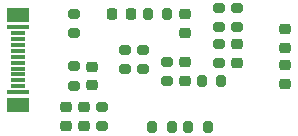
<source format=gbp>
%TF.GenerationSoftware,KiCad,Pcbnew,(6.0.1)*%
%TF.CreationDate,2022-01-24T11:38:00+08:00*%
%TF.ProjectId,ST-Link_v2-1,53542d4c-696e-46b5-9f76-322d312e6b69,rev?*%
%TF.SameCoordinates,Original*%
%TF.FileFunction,Paste,Bot*%
%TF.FilePolarity,Positive*%
%FSLAX46Y46*%
G04 Gerber Fmt 4.6, Leading zero omitted, Abs format (unit mm)*
G04 Created by KiCad (PCBNEW (6.0.1)) date 2022-01-24 11:38:00*
%MOMM*%
%LPD*%
G01*
G04 APERTURE LIST*
G04 Aperture macros list*
%AMRoundRect*
0 Rectangle with rounded corners*
0 $1 Rounding radius*
0 $2 $3 $4 $5 $6 $7 $8 $9 X,Y pos of 4 corners*
0 Add a 4 corners polygon primitive as box body*
4,1,4,$2,$3,$4,$5,$6,$7,$8,$9,$2,$3,0*
0 Add four circle primitives for the rounded corners*
1,1,$1+$1,$2,$3*
1,1,$1+$1,$4,$5*
1,1,$1+$1,$6,$7*
1,1,$1+$1,$8,$9*
0 Add four rect primitives between the rounded corners*
20,1,$1+$1,$2,$3,$4,$5,0*
20,1,$1+$1,$4,$5,$6,$7,0*
20,1,$1+$1,$6,$7,$8,$9,0*
20,1,$1+$1,$8,$9,$2,$3,0*%
G04 Aperture macros list end*
%ADD10R,1.850000X0.300000*%
%ADD11R,1.250000X0.300000*%
%ADD12R,1.850000X1.180000*%
%ADD13RoundRect,0.200000X0.275000X-0.200000X0.275000X0.200000X-0.275000X0.200000X-0.275000X-0.200000X0*%
%ADD14RoundRect,0.225000X0.250000X-0.225000X0.250000X0.225000X-0.250000X0.225000X-0.250000X-0.225000X0*%
%ADD15RoundRect,0.225000X-0.250000X0.225000X-0.250000X-0.225000X0.250000X-0.225000X0.250000X0.225000X0*%
%ADD16RoundRect,0.225000X0.225000X0.250000X-0.225000X0.250000X-0.225000X-0.250000X0.225000X-0.250000X0*%
%ADD17RoundRect,0.200000X-0.275000X0.200000X-0.275000X-0.200000X0.275000X-0.200000X0.275000X0.200000X0*%
%ADD18RoundRect,0.200000X0.200000X0.275000X-0.200000X0.275000X-0.200000X-0.275000X0.200000X-0.275000X0*%
%ADD19RoundRect,0.200000X-0.200000X-0.275000X0.200000X-0.275000X0.200000X0.275000X-0.200000X0.275000X0*%
G04 APERTURE END LIST*
D10*
%TO.C,P1*%
X141097000Y-104438000D03*
D11*
X141097000Y-104938000D03*
X141097000Y-105438000D03*
X141097000Y-105938000D03*
X141097000Y-106438000D03*
X141097000Y-106938000D03*
X141097000Y-107438000D03*
X141097000Y-107938000D03*
X141097000Y-108438000D03*
X141097000Y-108938000D03*
X141097000Y-109438000D03*
D10*
X141097000Y-109938000D03*
D12*
X141097000Y-110998000D03*
X141097000Y-103378000D03*
%TD*%
D13*
%TO.C,R16*%
X145796000Y-109409000D03*
X145796000Y-107759000D03*
%TD*%
D14*
%TO.C,C6*%
X155194000Y-104915000D03*
X155194000Y-103365000D03*
%TD*%
D13*
%TO.C,R14*%
X159639000Y-104457000D03*
X159639000Y-102807000D03*
%TD*%
D15*
%TO.C,C8*%
X145161000Y-111239000D03*
X145161000Y-112789000D03*
%TD*%
D16*
%TO.C,C4*%
X150635000Y-103340000D03*
X149085000Y-103340000D03*
%TD*%
D17*
%TO.C,R3*%
X148209000Y-111189000D03*
X148209000Y-112839000D03*
%TD*%
D13*
%TO.C,R19*%
X151638000Y-108013000D03*
X151638000Y-106363000D03*
%TD*%
D14*
%TO.C,C2*%
X163703000Y-109233000D03*
X163703000Y-107683000D03*
%TD*%
D17*
%TO.C,R1*%
X158115000Y-105855000D03*
X158115000Y-107505000D03*
%TD*%
D18*
%TO.C,R9*%
X158305000Y-108966000D03*
X156655000Y-108966000D03*
%TD*%
D15*
%TO.C,C1*%
X159639000Y-105905000D03*
X159639000Y-107455000D03*
%TD*%
%TO.C,C3*%
X163703000Y-104635000D03*
X163703000Y-106185000D03*
%TD*%
D18*
%TO.C,R4*%
X154114000Y-112903000D03*
X152464000Y-112903000D03*
%TD*%
D13*
%TO.C,R6*%
X153670000Y-109029000D03*
X153670000Y-107379000D03*
%TD*%
D17*
%TO.C,R15*%
X158115000Y-102807000D03*
X158115000Y-104457000D03*
%TD*%
D19*
%TO.C,R7*%
X152083000Y-103340000D03*
X153733000Y-103340000D03*
%TD*%
D14*
%TO.C,C7*%
X147320000Y-109359000D03*
X147320000Y-107809000D03*
%TD*%
D13*
%TO.C,R20*%
X150114000Y-108013000D03*
X150114000Y-106363000D03*
%TD*%
D17*
%TO.C,R2*%
X145796000Y-103315000D03*
X145796000Y-104965000D03*
%TD*%
D19*
%TO.C,R5*%
X157162000Y-112903000D03*
X155512000Y-112903000D03*
%TD*%
D15*
%TO.C,C9*%
X146685000Y-111239000D03*
X146685000Y-112789000D03*
%TD*%
D14*
%TO.C,C5*%
X155194000Y-108979000D03*
X155194000Y-107429000D03*
%TD*%
M02*

</source>
